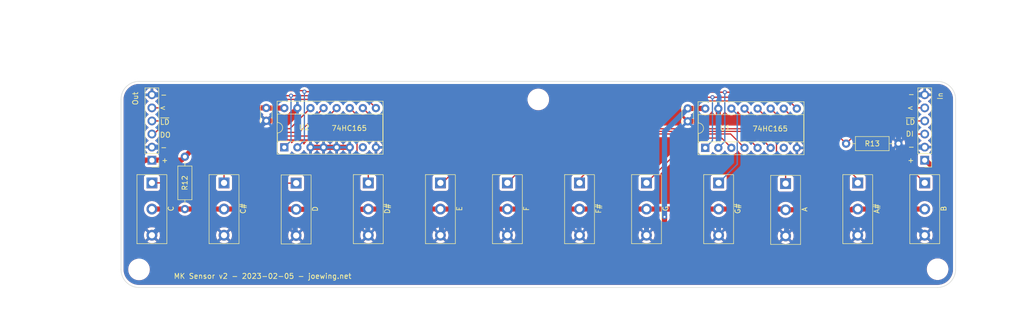
<source format=kicad_pcb>
(kicad_pcb (version 20211014) (generator pcbnew)
  (layers (0 "F.Cu" signal) (31 "B.Cu" signal) (34 "B.Paste" user) (35 "F.Paste" user) (36 "B.SilkS" user "B.Silkscreen") (37 "F.SilkS" user "F.Silkscreen") (38 "B.Mask" user) (39 "F.Mask" user) (44 "Edge.Cuts" user))
  (net 0 "")
  (net 1 "VCC")
  (net 2 "GND")
  (net 3 "SHIFT")
  (net 4 "~{LOAD}")
  (net 5 "IN")
  (net 6 "OUT")
  (net 7 "Net-(R12-Pad2)")
  (net 9 "Net-(U1-Pad9)")
  (net 11 "Net-(SW1-Pad2)")
  (net 12 "Net-(SW2-Pad2)")
  (net 13 "Net-(SW3-Pad2)")
  (net 14 "Net-(SW4-Pad2)")
  (net 15 "Net-(SW5-Pad2)")
  (net 16 "Net-(SW6-Pad2)")
  (net 17 "Net-(SW7-Pad2)")
  (net 18 "Net-(SW8-Pad2)")
  (net 19 "Net-(SW9-Pad2)")
  (net 20 "Net-(SW10-Pad2)")
  (net 21 "Net-(SW11-Pad2)")
  (net 22 "Net-(SW12-Pad2)")
  (footprint "Button_Switch_THT:Mini Limit Switch" (layer "F.Cu") (at 220.4 102.4 -90)
    (fp_text reference "SW1" hide)
    (fp_text value "B" (at 5 -3.7 90) (layer "F.SilkS"))
    (fp_line (start -1.6 2.9) (end 11.8 2.9) (layer "F.SilkS") (width 0.12))
    (fp_line (start -1.5 -2.9) (end 11.8 -2.9) (layer "F.SilkS") (width 0.12))
    (fp_line (start 11.8 2.9) (end 11.8 -2.9) (layer "F.SilkS") (width 0.12))
    (fp_line (start -1.6 2.9) (end -1.6 -2.9) (layer "F.SilkS") (width 0.12))
    (pad "1" thru_hole circle (at 10.16 0 270) (size 2.1 2.1) (drill 1.2) (layers *.Cu *.Mask) (net 2 "GND"))
    (pad "2" thru_hole rect (at 0 0 270) (size 2.1 2.1) (drill 1.2) (layers *.Cu *.Mask) (net 11 "Net-(SW1-Pad2)"))
    (pad "3" thru_hole circle (at 5.08 0 270) (size 2.1 2.1) (drill 1.2) (layers *.Cu *.Mask) (net 7 "Net-(R12-Pad2)"))
  )
  (footprint "Button_Switch_THT:Mini Limit Switch" (layer "F.Cu") (at 166.4 102.4 -90)
    (fp_text reference "SW5" hide)
    (fp_text value "G" (at 5 -3.7 90) (layer "F.SilkS"))
    (fp_line (start -1.6 2.9) (end 11.8 2.9) (layer "F.SilkS") (width 0.12))
    (fp_line (start -1.6 2.9) (end -1.6 -2.9) (layer "F.SilkS") (width 0.12))
    (fp_line (start 11.8 2.9) (end 11.8 -2.9) (layer "F.SilkS") (width 0.12))
    (fp_line (start -1.5 -2.9) (end 11.8 -2.9) (layer "F.SilkS") (width 0.12))
    (pad "1" thru_hole circle (at 10.16 0 270) (size 2.1 2.1) (drill 1.2) (layers *.Cu *.Mask) (net 2 "GND"))
    (pad "2" thru_hole rect (at 0 0 270) (size 2.1 2.1) (drill 1.2) (layers *.Cu *.Mask) (net 15 "Net-(SW5-Pad2)"))
    (pad "3" thru_hole circle (at 5.08 0 270) (size 2.1 2.1) (drill 1.2) (layers *.Cu *.Mask) (net 7 "Net-(R12-Pad2)"))
  )
  (footprint "Button_Switch_THT:Mini Limit Switch" (layer "F.Cu") (at 98.4 102.45 -90)
    (fp_text reference "SW10" hide)
    (fp_text value "D" (at 5 -3.7 90) (layer "F.SilkS"))
    (fp_line (start -1.5 -2.9) (end 11.8 -2.9) (layer "F.SilkS") (width 0.12))
    (fp_line (start -1.6 2.9) (end 11.8 2.9) (layer "F.SilkS") (width 0.12))
    (fp_line (start 11.8 2.9) (end 11.8 -2.9) (layer "F.SilkS") (width 0.12))
    (fp_line (start -1.6 2.9) (end -1.6 -2.9) (layer "F.SilkS") (width 0.12))
    (pad "1" thru_hole circle (at 10.16 0 270) (size 2.1 2.1) (drill 1.2) (layers *.Cu *.Mask) (net 2 "GND"))
    (pad "2" thru_hole rect (at 0 0 270) (size 2.1 2.1) (drill 1.2) (layers *.Cu *.Mask) (net 20 "Net-(SW10-Pad2)"))
    (pad "3" thru_hole circle (at 5.08 0 270) (size 2.1 2.1) (drill 1.2) (layers *.Cu *.Mask) (net 7 "Net-(R12-Pad2)"))
  )
  (footprint "Button_Switch_THT:Mini Limit Switch" (layer "F.Cu") (at 139.4 102.4 -90)
    (fp_text reference "SW7" hide)
    (fp_text value "F" (at 5 -3.7 90) (layer "F.SilkS"))
    (fp_line (start -1.5 -2.9) (end 11.8 -2.9) (layer "F.SilkS") (width 0.12))
    (fp_line (start -1.6 2.9) (end -1.6 -2.9) (layer "F.SilkS") (width 0.12))
    (fp_line (start 11.8 2.9) (end 11.8 -2.9) (layer "F.SilkS") (width 0.12))
    (fp_line (start -1.6 2.9) (end 11.8 2.9) (layer "F.SilkS") (width 0.12))
    (pad "1" thru_hole circle (at 10.16 0 270) (size 2.1 2.1) (drill 1.2) (layers *.Cu *.Mask) (net 2 "GND"))
    (pad "2" thru_hole rect (at 0 0 270) (size 2.1 2.1) (drill 1.2) (layers *.Cu *.Mask) (net 17 "Net-(SW7-Pad2)"))
    (pad "3" thru_hole circle (at 5.08 0 270) (size 2.1 2.1) (drill 1.2) (layers *.Cu *.Mask) (net 7 "Net-(R12-Pad2)"))
  )
  (footprint "Button_Switch_THT:Mini Limit Switch" (layer "F.Cu") (at 207.4 102.4 -90)
    (fp_text reference "SW2" hide)
    (fp_text value "A#" (at 5 -3.7 90) (layer "F.SilkS"))
    (fp_line (start -1.6 2.9) (end 11.8 2.9) (layer "F.SilkS") (width 0.12))
    (fp_line (start -1.5 -2.9) (end 11.8 -2.9) (layer "F.SilkS") (width 0.12))
    (fp_line (start 11.8 2.9) (end 11.8 -2.9) (layer "F.SilkS") (width 0.12))
    (fp_line (start -1.6 2.9) (end -1.6 -2.9) (layer "F.SilkS") (width 0.12))
    (pad "1" thru_hole circle (at 10.16 0 270) (size 2.1 2.1) (drill 1.2) (layers *.Cu *.Mask) (net 2 "GND"))
    (pad "2" thru_hole rect (at 0 0 270) (size 2.1 2.1) (drill 1.2) (layers *.Cu *.Mask) (net 12 "Net-(SW2-Pad2)"))
    (pad "3" thru_hole circle (at 5.08 0 270) (size 2.1 2.1) (drill 1.2) (layers *.Cu *.Mask) (net 7 "Net-(R12-Pad2)"))
  )
  (footprint "Package_DIP:DIP-16_W7.62mm_Socket" (layer "F.Cu") (at 177.8 95.6 90)
    (fp_text reference "U1" (at 3.8608 3.8608) (layer "F.SilkS"))
    (fp_text value "74HC165" (at 3.7084 12.5984) (layer "F.SilkS"))
    (fp_line (start 6.46 -1.33) (end 4.81 -1.33) (layer "F.SilkS") (width 0.12))
    (fp_line (start -1.33 19.17) (end 8.95 19.17) (layer "F.SilkS") (width 0.12))
    (fp_line (start 1.16 19.11) (end 6.46 19.11) (layer "F.SilkS") (width 0.12))
    (fp_line (start 2.81 -1.33) (end 1.16 -1.33) (layer "F.SilkS") (width 0.12))
    (fp_line (start 6.46 19.11) (end 6.46 -1.33) (layer "F.SilkS") (width 0.12))
    (fp_line (start -1.33 -1.39) (end -1.33 19.17) (layer "F.SilkS") (width 0.12))
    (fp_line (start 1.16 -1.33) (end 1.16 19.11) (layer "F.SilkS") (width 0.12))
    (fp_line (start 8.95 -1.39) (end -1.33 -1.39) (layer "F.SilkS") (width 0.12))
    (fp_line (start 8.95 19.17) (end 8.95 -1.39) (layer "F.SilkS") (width 0.12))
    (fp_arc (start 4.81 -1.33) (mid 3.81 -0.33) (end 2.81 -1.33) (layer "F.SilkS") (width 0.12))
    (pad "1" thru_hole rect (at 0 0 90) (size 1.6 1.6) (drill 0.8) (layers *.Cu *.Mask) (net 4 "~{LOAD}"))
    (pad "2" thru_hole oval (at 0 2.54 90) (size 1.6 1.6) (drill 0.8) (layers *.Cu *.Mask) (net 3 "SHIFT"))
    (pad "3" thru_hole oval (at 0 5.08 90) (size 1.6 1.6) (drill 0.8) (layers *.Cu *.Mask) (net 15 "Net-(SW5-Pad2)"))
    (pad "4" thru_hole oval (at 0 7.62 90) (size 1.6 1.6) (drill 0.8) (layers *.Cu *.Mask) (net 16 "Net-(SW6-Pad2)"))
    (pad "5" thru_hole oval (at 0 10.16 90) (size 1.6 1.6) (drill 0.8) (layers *.Cu *.Mask) (net 17 "Net-(SW7-Pad2)"))
    (pad "6" thru_hole oval (at 0 12.7 90) (size 1.6 1.6) (drill 0.8) (layers *.Cu *.Mask) (net 18 "Net-(SW8-Pad2)"))
    (pad "7" thru_hole oval (at 0 15.24 90) (size 1.6 1.6) (drill 0.8) (layers *.Cu *.Mask))
    (pad "8" thru_hole oval (at 0 17.78 90) (size 1.6 1.6) (drill 0.8) (layers *.Cu *.Mask) (net 2 "GND"))
    (pad "9" thru_hole oval (at 7.62 17.78 90) (size 1.6 1.6) (drill 0.8) (layers *.Cu *.Mask) (net 9 "Net-(U1-Pad9)"))
    (pad "10" thru_hole oval (at 7.62 15.24 90) (size 1.6 1.6) (drill 0.8) (layers *.Cu *.Mask) (net 5 "IN"))
    (pad "11" thru_hole oval (at 7.62 12.7 90) (size 1.6 1.6) (drill 0.8) (layers *.Cu *.Mask) (net 11 "Net-(SW1-Pad2)"))
    (pad "12" thru_hole oval (at 7.62 10.16 90) (size 1.6 1.6) (drill 0.8) (layers *.Cu *.Mask) (net 12 "Net-(SW2-Pad2)"))
    (pad "13" thru_hole oval (at 7.62 7.62 90) (size 1.6 1.6) (drill 0.8) (layers *.Cu *.Mask) (net 13 "Net-(SW3-Pad2)"))
    (pad "14" thru_hole oval (at 7.62 5.08 90) (size 1.6 1.6) (drill 0.8) (layers *.Cu *.Mask) (net 14 "Net-(SW4-Pad2)"))
    (pad "15" thru_hole oval (at 7.62 2.54 90) (size 1.6 1.6) (drill 0.8) (layers *.Cu *.Mask) (net 2 "GND"))
    (pad "16" thru_hole oval (at 7.62 0 90) (size 1.6 1.6) (drill 0.8) (layers *.Cu *.Mask) (net 1 "VCC"))
  )
  (footprint "MountingHole:MountingHole_3.2mm_M3" (layer "F.Cu") (at 145.4 86.2)
    (fp_text reference "H3" hide)
    (fp_text value "MountingHole" hide)
    (pad "" np_thru_hole circle (at 0 0) (size 3.2 3.2) (drill 3.2) (layers *.Cu *.Mask))
  )
  (footprint "Button_Switch_THT:Mini Limit Switch" (layer "F.Cu") (at 70.4 102.4 -90)
    (fp_text reference "SW12" hide)
    (fp_text value "C" (at 5 -3.7 90) (layer "F.SilkS"))
    (fp_line (start -1.5 -2.9) (end 11.8 -2.9) (layer "F.SilkS") (width 0.12))
    (fp_line (start -1.6 2.9) (end -1.6 -2.9) (layer "F.SilkS") (width 0.12))
    (fp_line (start -1.6 2.9) (end 11.8 2.9) (layer "F.SilkS") (width 0.12))
    (fp_line (start 11.8 2.9) (end 11.8 -2.9) (layer "F.SilkS") (width 0.12))
    (pad "1" thru_hole circle (at 10.16 0 270) (size 2.1 2.1) (drill 1.2) (layers *.Cu *.Mask) (net 2 "GND"))
    (pad "2" thru_hole rect (at 0 0 270) (size 2.1 2.1) (drill 1.2) (layers *.Cu *.Mask) (net 22 "Net-(SW12-Pad2)"))
    (pad "3" thru_hole circle (at 5.08 0 270) (size 2.1 2.1) (drill 1.2) (layers *.Cu *.Mask) (net 7 "Net-(R12-Pad2)"))
  )
  (footprint "Connector_PinHeader_2.54mm:PinHeader_1x06_P2.54mm_Vertical" (layer "F.Cu") (at 70.4 98 180)
    (fp_text reference "J2" hide)
    (fp_text value "Out" (at 3.2 11.98 270) (layer "F.SilkS"))
    (fp_line (start 1.33 1.27) (end 1.33 14.03) (layer "F.SilkS") (width 0.12))
    (fp_line (start -1.33 14.03) (end 1.33 14.03) (layer "F.SilkS") (width 0.12))
    (fp_line (start -1.33 1.27) (end -1.33 14.03) (layer "F.SilkS") (width 0.12))
    (fp_line (start -1.33 1.27) (end 1.33 1.27) (layer "F.SilkS") (width 0.12))
    (fp_line (start -1.33 -1.33) (end 0 -1.33) (layer "F.SilkS") (width 0.12))
    (fp_line (start -1.33 0) (end -1.33 -1.33) (layer "F.SilkS") (width 0.12))
    (pad "1" thru_hole rect (at 0 0 180) (size 1.7 1.7) (drill 1) (layers *.Cu *.Mask) (net 1 "VCC"))
    (pad "2" thru_hole oval (at 0 2.54 180) (size 1.7 1.7) (drill 1) (layers *.Cu *.Mask) (net 2 "GND"))
    (pad "3" thru_hole oval (at 0 5.08 180) (size 1.7 1.7) (drill 1) (layers *.Cu *.Mask) (net 6 "OUT"))
    (pad "4" thru_hole oval (at 0 7.62 180) (size 1.7 1.7) (drill 1) (layers *.Cu *.Mask) (net 4 "~{LOAD}"))
    (pad "5" thru_hole oval (at 0 10.16 180) (size 1.7 1.7) (drill 1) (layers *.Cu *.Mask) (net 3 "SHIFT"))
    (pad "6" thru_hole oval (at 0 12.7 180) (size 1.7 1.7) (drill 1) (layers *.Cu *.Mask) (net 2 "GND"))
  )
  (footprint "Capacitor_THT:C_Disc_D3.0mm_W2.0mm_P2.50mm" (layer "F.Cu") (at 92.6 87.85 -90)
    (fp_text reference "C1" hide)
    (fp_text value "100n" hide)
    (fp_line (start 2.87 -1.12) (end 2.87 -1.055) (layer "F.SilkS") (width 0.12))
    (fp_line (start -0.37 1.055) (end -0.37 1.12) (layer "F.SilkS") (width 0.12))
    (fp_line (start -0.37 -1.12) (end -0.37 -1.055) (layer "F.SilkS") (width 0.12))
    (fp_line (start 2.87 1.055) (end 2.87 1.12) (layer "F.SilkS") (width 0.12))
    (fp_line (start -0.37 1.12) (end 2.87 1.12) (layer "F.SilkS") (width 0.12))
    (fp_line (start -0.37 -1.12) (end 2.87 -1.12) (layer "F.SilkS") (width 0.12))
    (pad "1" thru_hole circle (at 0 0 270) (size 1.6 1.6) (drill 0.8) (layers *.Cu *.Mask) (net 1 "VCC"))
    (pad "2" thru_hole circle (at 2.5 0 270) (size 1.6 1.6) (drill 0.8) (layers *.Cu *.Mask) (net 2 "GND"))
  )
  (footprint "Package_DIP:DIP-16_W7.62mm_Socket" (layer "F.Cu") (at 96.1 95.5 90)
    (fp_text reference "U2" (at 3.8608 3.8608) (layer "F.SilkS"))
    (fp_text value "74HC165" (at 3.7084 12.5984) (layer "F.SilkS"))
    (fp_line (start 8.95 -1.39) (end -1.33 -1.39) (layer "F.SilkS") (width 0.12))
    (fp_line (start 1.16 19.11) (end 6.46 19.11) (layer "F.SilkS") (width 0.12))
    (fp_line (start -1.33 -1.39) (end -1.33 19.17) (layer "F.SilkS") (width 0.12))
    (fp_line (start 6.46 -1.33) (end 4.81 -1.33) (layer "F.SilkS") (width 0.12))
    (fp_line (start 6.46 19.11) (end 6.46 -1.33) (layer "F.SilkS") (width 0.12))
    (fp_line (start 1.16 -1.33) (end 1.16 19.11) (layer "F.SilkS") (width 0.12))
    (fp_line (start -1.33 19.17) (end 8.95 19.17) (layer "F.SilkS") (width 0.12))
    (fp_line (start 8.95 19.17) (end 8.95 -1.39) (layer "F.SilkS") (width 0.12))
    (fp_line (start 2.81 -1.33) (end 1.16 -1.33) (layer "F.SilkS") (width 0.12))
    (fp_arc (start 4.81 -1.33) (mid 3.81 -0.33) (end 2.81 -1.33) (layer "F.SilkS") (width 0.12))
    (pad "1" thru_hole rect (at 0 0 90) (size 1.6 1.6) (drill 0.8) (layers *.Cu *.Mask) (net 4 "~{LOAD}"))
    (pad "2" thru_hole oval (at 0 2.54 90) (size 1.6 1.6) (drill 0.8) (layers *.Cu *.Mask) (net 3 "SHIFT"))
    (pad "3" thru_hole oval (at 0 5.08 90) (size 1.6 1.6) (drill 0.8) (layers *.Cu *.Mask) (net 2 "GND"))
    (pad "4" thru_hole oval (at 0 7.62 90) (size 1.6 1.6) (drill 0.8) (layers *.Cu *.Mask) (net 2 "GND"))
    (pad "5" thru_hole oval (at 0 10.16 90) (size 1.6 1.6) (drill 0.8) (layers *.Cu *.Mask) (net 2 "GND"))
    (pad "6" thru_hole oval (at 0 12.7 90) (size 1.6 1.6) (drill 0.8) (layers *.Cu *.Mask) (net 2 "GND"))
    (pad "7" thru_hole oval (at 0 15.24 90) (size 1.6 1.6) (drill 0.8) (layers *.Cu *.Mask))
    (pad "8" thru_hole oval (at 0 17.78 90) (size 1.6 1.6) (drill 0.8) (layers *.Cu *.Mask) (net 2 "GND"))
    (pad "9" thru_hole oval (at 7.62 17.78 90) (size 1.6 1.6) (drill 0.8) (layers *.Cu *.Mask) (net 6 "OUT"))
    (pad "10" thru_hole oval (at 7.62 15.24 90) (size 1.6 1.6) (drill 0.8) (layers *.Cu *.Mask) (net 9 "Net-(U1-Pad9)"))
    (pad "11" thru_hole oval (at 7.62 12.7 90) (size 1.6 1.6) (drill 0.8) (layers *.Cu *.Mask) (net 19 "Net-(SW9-Pad2)"))
    (pad "12" thru_hole oval (at 7.62 10.16 90) (size 1.6 1.6) (drill 0.8) (layers *.Cu *.Mask) (net 20 "Net-(SW10-Pad2)"))
    (pad "13" thru_hole oval (at 7.62 7.62 90) (size 1.6 1.6) (drill 0.8) (layers *.Cu *.Mask) (net 21 "Net-(SW11-Pad2)"))
    (pad "14" thru_hole oval (at 7.62 5.08 90) (size 1.6 1.6) (drill 0.8) (layers *.Cu *.Mask) (net 22 "Net-(SW12-Pad2)"))
    (pad "15" thru_hole oval (at 7.62 2.54 90) (size 1.6 1.6) (drill 0.8) (layers *.Cu *.Mask) (net 2 "GND"))
    (pad "16" thru_hole oval (at 7.62 0 90) (size 1.6 1.6) (drill 0.8) (layers *.Cu *.Mask) (net 1 "VCC"))
  )
  (footprint "Capacitor_THT:C_Disc_D3.0mm_W2.0mm_P2.50mm" (layer "F.Cu") (at 174.4 87.95 -90)
    (fp_text reference "C2" hide)
    (fp_text value "100n" hide)
    (fp_line (start 2.87 -1.12) (end 2.87 -1.055) (layer "F.SilkS") (width 0.12))
    (fp_line (start -0.37 -1.12) (end -0.37 -1.055) (layer "F.SilkS") (width 0.12))
    (fp_line (start 2.87 1.055) (end 2.87 1.12) (layer "F.SilkS") (width 0.12))
    (fp_line (start -0.37 1.12) (end 2.87 1.12) (layer "F.SilkS") (width 0.12))
    (fp_line (start -0.37 -1.12) (end 2.87 -1.12) (layer "F.SilkS") (width 0.12))
    (fp_line (start -0.37 1.055) (end -0.37 1.12) (layer "F.SilkS") (width 0.12))
    (pad "1" thru_hole circle (at 0 0 270) (size 1.6 1.6) (drill 0.8) (layers *.Cu *.Mask) (net 1 "VCC"))
    (pad "2" thru_hole circle (at 2.5 0 270) (size 1.6 1.6) (drill 0.8) (layers *.Cu *.Mask) (net 2 "GND"))
  )
  (footprint "Resistor_THT:R_Axial_DIN0207_L6.3mm_D2.5mm_P10.16mm_Horizontal" (layer "F.Cu") (at 76.8 97.32 -90)
    (fp_text reference "R12" (at 5.08 0 -270) (layer "F.SilkS"))
    (fp_text value "10k" hide)
    (fp_line (start 8.35 -1.37) (end 1.81 -1.37) (layer "F.SilkS") (width 0.12))
    (fp_line (start 9.12 0) (end 8.35 0) (layer "F.SilkS") (width 0.12))
    (fp_line (start 1.81 -1.37) (end 1.81 1.37) (layer "F.SilkS") (width 0.12))
    (fp_line (start 8.35 1.37) (end 8.35 -1.37) (layer "F.SilkS") (width 0.12))
    (fp_line (start 1.04 0) (end 1.81 0) (layer "F.SilkS") (width 0.12))
    (fp_line (start 1.81 1.37) (end 8.35 1.37) (layer "F.SilkS") (width 0.12))
    (pad "1" thru_hole circle (at 0 0 270) (size 1.6 1.6) (drill 0.8) (layers *.Cu *.Mask) (net 1 "VCC"))
    (pad "2" thru_hole oval (at 10.16 0 270) (size 1.6 1.6) (drill 0.8) (layers *.Cu *.Mask) (net 7 "Net-(R12-Pad2)"))
  )
  (footprint "MountingHole:MountingHole_3.2mm_M3" (layer "F.Cu") (at 222.9 119.2)
    (fp_text reference "H2" hide)
    (fp_text value "MountingHole" hide)
    (pad "" np_thru_hole circle (at 0 -0.0499) (size 3.2 3.2) (drill 3.2) (layers F&B.Cu *.Mask))
  )
  (footprint "Button_Switch_THT:Mini Limit Switch" (layer "F.Cu") (at 193.4 102.54 -90)
    (fp_text reference "SW3" hide)
    (fp_text value "A" (at 5 -3.7 90) (layer "F.SilkS"))
    (fp_line (start 11.8 2.9) (end 11.8 -2.9) (layer "F.SilkS") (width 0.12))
    (fp_line (start -1.5 -2.9) (end 11.8 -2.9) (layer "F.SilkS") (width 0.12))
    (fp_line (start -1.6 2.9) (end 11.8 2.9) (layer "F.SilkS") (width 0.12))
    (fp_line (start -1.6 2.9) (end -1.6 -2.9) (layer "F.SilkS") (width 0.12))
    (pad "1" thru_hole circle (at 10.16 0 270) (size 2.1 2.1) (drill 1.2) (layers *.Cu *.Mask) (net 2 "GND"))
    (pad "2" thru_hole rect (at 0 0 270) (size 2.1 2.1) (drill 1.2) (layers *.Cu *.Mask) (net 13 "Net-(SW3-Pad2)"))
    (pad "3" thru_hole circle (at 5.08 0 270) (size 2.1 2.1) (drill 1.2) (layers *.Cu *.Mask) (net 7 "Net-(R12-Pad2)"))
  )
  (footprint "Connector_PinHeader_2.54mm:PinHeader_1x06_P2.54mm_Vertical" (layer "F.Cu") (at 220.4 98 180)
    (fp_text reference "J1" hide)
    (fp_text value "In" (at -3 12.45 90) (layer "F.SilkS"))
    (fp_line (start -1.33 14.03) (end 1.33 14.03) (layer "F.SilkS") (width 0.12))
    (fp_line (start -1.33 1.27) (end 1.33 1.27) (layer "F.SilkS") (width 0.12))
    (fp_line (start 1.33 1.27) (end 1.33 14.03) (layer "F.SilkS") (width 0.12))
    (fp_line (start -1.33 0) (end -1.33 -1.33) (layer "F.SilkS") (width 0.12))
    (fp_line (start -1.33 1.27) (end -1.33 14.03) (layer "F.SilkS") (width 0.12))
    (fp_line (start -1.33 -1.33) (end 0 -1.33) (layer "F.SilkS") (width 0.12))
    (pad "1" thru_hole rect (at 0 0 180) (size 1.7 1.7) (drill 1) (layers *.Cu *.Mask) (net 1 "VCC"))
    (pad "2" thru_hole oval (at 0 2.54 180) (size 1.7 1.7) (drill 1) (layers *.Cu *.Mask) (net 2 "GND"))
    (pad "3" thru_hole oval (at 0 5.08 180) (size 1.7 1.7) (drill 1) (layers *.Cu *.Mask) (net 5 "IN"))
    (pad "4" thru_hole oval (at 0 7.62 180) (size 1.7 1.7) (drill 1) (layers *.Cu *.Mask) (net 4 "~{LOAD}"))
    (pad "5" thru_hole oval (at 0 10.16 180) (size 1.7 1.7) (drill 1) (layers *.Cu *.Mask) (net 3 "SHIFT"))
    (pad "6" thru_hole oval (at 0 12.7 180) (size 1.7 1.7) (drill 1) (layers *.Cu *.Mask) (net 2 "GND"))
  )
  (footprint "MountingHole:MountingHole_3.2mm_M3" (layer "F.Cu") (at 67.9 119.2)
    (fp_text reference "H1" hide)
    (fp_text value "MountingHole" hide)
    (pad "" np_thru_hole circle (at 0 0) (size 3.2 3.2) (drill 3.2) (layers *.Cu *.Mask))
  )
  (footprint "Button_Switch_THT:Mini Limit Switch" (layer "F.Cu") (at 180.4 102.4 -90)
    (fp_text reference "SW4" hide)
    (fp_text value "G#" (at 5 -3.7 90) (layer "F.SilkS"))
    (fp_line (start -1.6 2.9) (end -1.6 -2.9) (layer "F.SilkS") (width 0.12))
    (fp_line (start 11.8 2.9) (end 11.8 -2.9) (layer "F.SilkS") (width 0.12))
    (fp_line (start -1.6 2.9) (end 11.8 2.9) (layer "F.SilkS") (width 0.12))
    (fp_line (start -1.5 -2.9) (end 11.8 -2.9) (layer "F.SilkS") (width 0.12))
    (pad "1" thru_hole circle (at 10.16 0 270) (size 2.1 2.1) (drill 1.2) (layers *.Cu *.Mask) (net 2 "GND"))
    (pad "2" thru_hole rect (at 0 0 270) (size 2.1 2.1) (drill 1.2) (layers *.Cu *.Mask) (net 14 "Net-(SW4-Pad2)"))
    (pad "3" thru_hole circle (at 5.08 0 270) (size 2.1 2.1) (drill 1.2) (layers *.Cu *.Mask) (net 7 "Net-(R12-Pad2)"))
  )
  (footprint "Button_Switch_THT:Mini Limit Switch" (layer "F.Cu") (at 153.4 102.4 -90)
    (fp_text reference "SW6" hide)
    (fp_text value "F#" (at 5 -3.7 90) (layer "F.SilkS"))
    (fp_line (start -1.6 2.9) (end -1.6 -2.9) (layer "F.SilkS") (width 0.12))
    (fp_line (start 11.8 2.9) (end 11.8 -2.9) (layer "F.SilkS") (width 0.12))
    (fp_line (start -1.5 -2.9) (end 11.8 -2.9) (layer "F.SilkS") (width 0.12))
    (fp_line (start -1.6 2.9) (end 11.8 2.9) (layer "F.SilkS") (width 0.12))
    (pad "1" thru_hole circle (at 10.16 0 270) (size 2.1 2.1) (drill 1.2) (layers *.Cu *.Mask) (net 2 "GND"))
    (pad "2" thru_hole rect (at 0 0 270) (size 2.1 2.1) (drill 1.2) (layers *.Cu *.Mask) (net 16 "Net-(SW6-Pad2)"))
    (pad "3" thru_hole circle (at 5.08 0 270) (size 2.1 2.1) (drill 1.2) (layers *.Cu *.Mask) (net 7 "Net-(R12-Pad2)"))
  )
  (footprint "Resistor_THT:R_Axial_DIN0207_L6.3mm_D2.5mm_P10.16mm_Horizontal" (layer "F.Cu") (at 215.3 94.78 180)
    (fp_text reference "R13" (at 5.08 0) (layer "F.SilkS"))
    (fp_text value "100k" hide)
    (fp_line (start 1.04 0) (end 1.81 0) (layer "F.SilkS") (width 0.12))
    (fp_line (start 8.35 1.37) (end 8.35 -1.37) (layer "F.SilkS") (width 0.12))
    (fp_line (start 1.81 1.37) (end 8.35 1.37) (layer "F.SilkS") (width 0.12))
    (fp_line (start 9.12 0) (end 8.35 0) (layer "F.SilkS") (width 0.12))
    (fp_line (start 8.35 -1.37) (end 1.81 -1.37) (layer "F.SilkS") (width 0.12))
    (fp_line (start 1.81 -1.37) (end 1.81 1.37) (layer "F.SilkS") (width 0.12))
    (pad "1" thru_hole circle (at 0 0 180) (size 1.6 1.6) (drill 0.8) (layers *.Cu *.Mask) (net 2 "GND"))
    (pad "2" thru_hole oval (at 10.16 0 180) (size 1.6 1.6) (drill 0.8) (layers *.Cu *.Mask) (net 5 "IN"))
  )
  (footprint "Button_Switch_THT:Mini Limit Switch" (layer "F.Cu") (at 126.4 102.4 -90)
    (fp_text reference "SW8" hide)
    (fp_text value "E" (at 5 -3.7 90) (layer "F.SilkS"))
    (fp_line (start -1.5 -2.9) (end 11.8 -2.9) (layer "F.SilkS") (width 0.12))
    (fp_line (start -1.6 2.9) (end 11.8 2.9) (layer "F.SilkS") (width 0.12))
    (fp_line (start 11.8 2.9) (end 11.8 -2.9) (layer "F.SilkS") (width 0.12))
    (fp_line (start -1.6 2.9) (end -1.6 -2.9) (layer "F.SilkS") (width 0.12))
    (pad "1" thru_hole circle (at 10.16 0 270) (size 2.1 2.1) (drill 1.2) (layers *.Cu *.Mask) (net 2 "GND"))
    (pad "2" thru_hole rect (at 0 0 270) (size 2.1 2.1) (drill 1.2) (layers *.Cu *.Mask) (net 18 "Net-(SW8-Pad2)"))
    (pad "3" thru_hole circle (at 5.08 0 270) (size 2.1 2.1) (drill 1.2) (layers *.Cu *.Mask) (net 7 "Net-(R12-Pad2)"))
  )
  (footprint "Button_Switch_THT:Mini Limit Switch" (layer "F.Cu") (at 84.4 102.4 -90)
    (fp_text reference "SW11" hide)
    (fp_text value "C#" (at 5 -3.7 90) (layer "F.SilkS"))
    (fp_line (start 11.8 2.9) (end 11.8 -2.9) (layer "F.SilkS") (width 0.12))
    (fp_line (start -1.6 2.9) (end -1.6 -2.9) (layer "F.SilkS") (width 0.12))
    (fp_line (start -1.6 2.9) (end 11.8 2.9) (layer "F.SilkS") (width 0.12))
    (fp_line (start -1.5 -2.9) (end 11.8 -2.9) (layer "F.SilkS") (width 0.12))
    (pad "1" thru_hole circle (at 10.16 0 270) (size 2.1 2.1) (drill 1.2) (layers *.Cu *.Mask) (net 2 "GND"))
    (pad "2" thru_hole rect (at 0 0 270) (size 2.1 2.1) (drill 1.2) (layers *.Cu *.Mask) (net 21 "Net-(SW11-Pad2)"))
    (pad "3" thru_hole circle (at 5.08 0 270) (size 2.1 2.1) (drill 1.2) (layers *.Cu *.Mask) (net 7 "Net-(R12-Pad2)"))
  )
  (footprint "Button_Switch_THT:Mini Limit Switch" (layer "F.Cu") (at 112.4 102.4 -90)
    (fp_text reference "SW9" hide)
    (fp_text value "D#" (at 5 -3.7 90) (layer "F.SilkS"))
    (fp_line (start 11.8 2.9) (end 11.8 -2.9) (layer "F.SilkS") (width 0.12))
    (fp_line (start -1.6 2.9) (end -1.6 -2.9) (layer "F.SilkS") (width 0.12))
    (fp_line (start -1.6 2.9) (end 11.8 2.9) (layer "F.SilkS") (width 0.12))
    (fp_line (start -1.5 -2.9) (end 11.8 -2.9) (layer "F.SilkS") (width 0.12))
    (pad "1" thru_hole circle (at 10.16 0 270) (size 2.1 2.1) (drill 1.2) (layers *.Cu *.Mask) (net 2 "GND"))
    (pad "2" thru_hole rect (at 0 0 270) (size 2.1 2.1) (drill 1.2) (layers *.Cu *.Mask) (net 19 "Net-(SW9-Pad2)"))
    (pad "3" thru_hole circle (at 5.08 0 270) (size 2.1 2.1) (drill 1.2) (layers *.Cu *.Mask) (net 7 "Net-(R12-Pad2)"))
  )
  (gr_arc (start 64.4 86.2) (mid 65.425135 83.725136) (end 67.9 82.7) (layer "Edge.Cuts") (width 0.1))
  (gr_line (start 226.4 86.2) (end 226.4 119.2) (layer "Edge.Cuts") (width 0.1))
  (gr_arc (start 222.9 82.7) (mid 225.374881 83.725135) (end 226.4 86.2) (layer "Edge.Cuts") (width 0.1))
  (gr_line (start 64.4 119.2) (end 64.4 86.2) (layer "Edge.Cuts") (width 0.1))
  (gr_arc (start 226.4 119.2) (mid 225.342779 121.677861) (end 222.850252 122.7) (layer "Edge.Cuts") (width 0.1))
  (gr_line (start 67.9 82.7) (end 222.9 82.7) (layer "Edge.Cuts") (width 0.1))
  (gr_arc (start 67.9 122.7) (mid 65.425134 121.674866) (end 64.4 119.2) (layer "Edge.Cuts") (width 0.1))
  (gr_line (start 67.9 122.7) (end 222.850252 122.7) (layer "Edge.Cuts") (width 0.1))
  (gr_text "DI" (at 217.5 92.9) (layer "F.SilkS") (effects (font (size 1 1))))
  (gr_text "-" (at 72.7 85.3) (layer "F.SilkS") (effects (font (size 1 1))))
  (gr_text "-" (at 72.7 95.5) (layer "F.SilkS") (effects (font (size 1 1))))
  (gr_text "-" (at 217.8 85.2) (layer "F.SilkS") (effects (font (size 1 1))))
  (gr_text "DO" (at 73 93.1) (layer "F.SilkS") (effects (font (size 1 1))))
  (gr_text "+" (at 72.9 98) (layer "F.SilkS") (effects (font (size 1 1))))
  (gr_text "<" (at 72.5 87.8) (layer "F.SilkS") (effects (font (size 1 1))))
  (gr_text "~{LD}" (at 72.9 90.6) (layer "F.SilkS") (effects (font (size 1 1))))
  (gr_text "MK Sensor v2 - 2023-02-05 - joewing.net" (at 91.9 120.5) (layer "F.SilkS") (effects (font (size 1 1))))
  (gr_text "-" (at 217.8 95.4) (layer "F.SilkS") (effects (font (size 1 1))))
  (gr_text "+" (at 217.7 98) (layer "F.SilkS") (effects (font (size 1 1))))
  (gr_text "~{LD}" (at 217.6 90.6) (layer "F.SilkS") (effects (font (size 1 1))))
  (gr_text "<" (at 217.6 87.8) (layer "F.SilkS") (effects (font (size 1 1))))
  (segment (start 69.2 97.98) (end 76.14 97.98) (width 1) (layer "F.Cu") (net 1))
  (segment (start 170.1 116.3) (end 213.4 116.3) (width 1) (layer "F.Cu") (net 1))
  (segment (start 66.8 100.2) (end 66.8 114.7) (width 1) (layer "F.Cu") (net 1))
  (segment (start 68.4 116.3) (end 170.1 116.3) (width 1) (layer "F.Cu") (net 1))
  (segment (start 220.6 98) (end 224.1 101.5) (width 1) (layer "F.Cu") (net 1))
  (segment (start 224.1 101.5) (end 224.1 101.9) (width 1) (layer "F.Cu") (net 1))
  (segment (start 169.9 109) (end 169.9 116.1) (width 1) (layer "F.Cu") (net 1))
  (segment (start 76.14 97.98) (end 76.8 97.32) (width 1) (layer "F.Cu") (net 1))
  (segment (start 221 116.3) (end 224.1 113.2) (width 1) (layer "F.Cu") (net 1))
  (segment (start 69.2 97.98) (end 69.02 97.98) (width 1) (layer "F.Cu") (net 1))
  (segment (start 174.4 87.95) (end 177.77 87.95) (width 1) (layer "F.Cu") (net 1))
  (segment (start 96.1 87.88) (end 92.63 87.88) (width 1) (layer "F.Cu") (net 1))
  (segment (start 69.02 97.98) (end 66.8 100.2) (width 1) (layer "F.Cu") (net 1))
  (segment (start 169.9 116.1) (end 170.1 116.3) (width 1) (layer "F.Cu") (net 1))
  (segment (start 213.9 116.3) (end 221 116.3) (width 1) (layer "F.Cu") (net 1))
  (segment (start 224.1 101.9) (end 224.1 113.2) (width 1) (layer "F.Cu") (net 1))
  (segment (start 86.27 87.85) (end 76.8 97.32) (width 1) (layer "F.Cu") (net 1))
  (segment (start 213.4 116.3) (end 213.9 116.3) (width 1) (layer "F.Cu") (net 1))
  (segment (start 92.63 87.88) (end 92.6 87.85) (width 1) (layer "F.Cu") (net 1))
  (segment (start 92.6 87.85) (end 86.27 87.85) (width 1) (layer "F.Cu") (net 1))
  (segment (start 66.8 114.7) (end 68.4 116.3) (width 1) (layer "F.Cu") (net 1))
  (segment (start 177.77 87.95) (end 177.8 87.98) (width 1) (layer "F.Cu") (net 1))
  (via (at 169.9 109) (size 0.8) (drill 0.4) (layers "F.Cu" "B.Cu") (net 1))
  (segment (start 174.4 87.95) (end 169.9 92.45) (width 1) (layer "B.Cu") (net 1))
  (segment (start 169.9 92.45) (end 169.9 109) (width 1) (layer "B.Cu") (net 1))
  (segment (start 106.26 95.5) (end 108.8 95.5) (width 1) (layer "F.Cu") (net 2))
  (segment (start 179.35 90.45) (end 180.34 89.46) (width 1) (layer "F.Cu") (net 2))
  (segment (start 92.6 90.35) (end 96.17 90.35) (width 1) (layer "F.Cu") (net 2))
  (segment (start 103.72 95.5) (end 106.26 95.5) (width 1) (layer "F.Cu") (net 2))
  (segment (start 174.4 90.45) (end 179.35 90.45) (width 1) (layer "F.Cu") (net 2))
  (segment (start 96.17 90.35) (end 98.64 87.88) (width 1) (layer "F.Cu") (net 2))
  (segment (start 180.34 89.46) (end 180.34 87.98) (width 1) (layer "F.Cu") (net 2))
  (segment (start 101.18 95.5) (end 103.72 95.5) (width 1) (layer "F.Cu") (net 2))
  (segment (start 72.48 110.48) (end 70.4 112.56) (width 1) (layer "B.Cu") (net 2))
  (segment (start 112.3 110.5) (end 111.5 110.5) (width 1) (layer "B.Cu") (net 2))
  (segment (start 71.96 85.3) (end 71.98 85.28) (width 1) (layer "B.Cu") (net 2))
  (segment (start 112.3 110.5) (end 112.3 112.46) (width 1) (layer "B.Cu") (net 2))
  (segment (start 193.6 112.5) (end 193.4 112.7) (width 1) (layer "B.Cu") (net 2))
  (segment (start 215.6 110.5) (end 209.7 110.5) (width 1) (layer "B.Cu") (net 2))
  (segment (start 76.858679 110.5) (end 87.6 110.5) (width 1) (layer "B.Cu") (net 2))
  (segment (start 178.8 110.5) (end 166.4 110.5) (width 1) (layer "B.Cu") (net 2))
  (segment (start 124.4 110.5) (end 112.3 110.5) (width 1) (layer "B.Cu") (net 2))
  (segment (start 207.3 112.46) (end 207.4 112.56) (width 1) (layer "B.Cu") (net 2))
  (segment (start 153.3 110.5) (end 153.3 112.46) (width 1) (layer "B.Cu") (net 2))
  (segment (start 112.3 112.46) (end 112.4 112.56) (width 1) (layer "B.Cu") (net 2))
  (segment (start 126.6 110.5) (end 124.4 110.5) (width 1) (layer "B.Cu") (net 2))
  (segment (start 220.6 95.46) (end 215.98 95.46) (width 1) (layer "B.Cu") (net 2))
  (segment (start 87.92 110.18) (end 87.6 110.5) (width 1) (layer "B.Cu") (net 2))
  (segment (start 166.4 110.5) (end 166.4 112.56) (width 1) (layer "B.Cu") (net 2))
  (segment (start 87.92 95.03) (end 87.92 110.18) (width 1) (layer "B.Cu") (net 2))
  (segment (start 98.2 110.5) (end 97.1 110.5) (width 1) (layer "B.Cu") (net 2))
  (segment (start 138.3 110.5) (end 126.6 110.5) (width 1) (layer "B.Cu") (net 2))
  (segment (start 126.6 110.5) (end 126.6 112.36) (width 1) (layer "B.Cu") (net 2))
  (segment (start 180.4 110.5) (end 180.4 112.56) (width 1) (layer "B.Cu") (net 2))
  (segment (start 193.6 110.5) (end 193.6 112.5) (width 1) (layer "B.Cu") (net 2))
  (segment (start 75.08 110.48) (end 75.62 110.48) (width 1) (layer "B.Cu") (net 2))
  (segment (start 74.18 99.217919) (end 74.18 109.58) (width 1) (layer "B.Cu") (net 2))
  (segment (start 71.98 85.28) (end 74.18 87.48) (width 1) (layer "B.Cu") (net 2))
  (segment (start 76.838679 110.48) (end 76.858679 110.5) (width 1) (layer "B.Cu") (net 2))
  (segment (start 218.34 110.5) (end 215.6 110.5) (width 1) (layer "B.Cu") (net 2))
  (segment (start 165.6 110.5) (end 153.3 110.5) (width 1) (layer "B.Cu") (net 2))
  (segment (start 220.6 85.3) (end 218.2 85.3) (width 1) (layer "B.Cu") (net 2))
  (segment (start 98.2 110.5) (end 98.2 112.41) (width 1) (layer "B.Cu") (net 2))
  (segment (start 215.3 110.2) (end 215.6 110.5) (width 1) (layer "B.Cu") (net 2))
  (segment (start 207.3 110.5) (end 207.3 112.46) (width 1) (layer "B.Cu") (net 2))
  (segment (start 139.4 110.5) (end 138.3 110.5) (width 1) (layer "B.Cu") (net 2))
  (segment (start 75.62 110.48) (end 72.48 110.48) (width 1) (layer "B.Cu") (net 2))
  (segment (start 126.6 112.36) (end 126.4 112.56) (width 1) (layer "B.Cu") (net 2))
  (segment (start 98.2 112.41) (end 98.4 112.61) (width 1) (layer "B.Cu") (net 2))
  (segment (start 166.4 110.5) (end 165.6 110.5) (width 1) (layer "B.Cu") (net 2))
  (segment (start 97.1 110.5) (end 87.6 110.5) (width 1) (layer "B.Cu") (net 2))
  (segment (start 215.98 95.46) (end 215.3 94.78) (width 1) (layer "B.Cu") (net 2))
  (segment (start 153.3 110.5) (end 152.4 110.5) (width 1) (layer "B.Cu") (net 2))
  (segment (start 193.1 110.5) (end 180.4 110.5) (width 1) (layer "B.Cu") (net 2))
  (segment (start 218.2 85.3) (end 215.3 88.2) (width 1) (layer "B.Cu") (net 2))
  (segment (start 92.6 90.35) (end 87.92 95.03) (width 1) (layer "B.Cu") (net 2))
  (segment (start 206.5 110.5) (end 193.6 110.5) (width 1) (layer "B.Cu") (net 2))
  (segment (start 139.4 110.5) (end 139.4 112.56) (width 1) (layer "B.Cu") (net 2))
  (segment (start 74.18 95.52) (end 74.18 99.217919) (width 1) (layer "B.Cu") (net 2))
  (segment (start 180.4 110.5) (end 178.8 110.5) (width 1) (layer "B.Cu") (net 2))
  (segment (start 209.7 110.5) (end 207.3 110.5) (width 1) (layer "B.Cu") (net 2))
  (segment (start 74.12 95.46) (end 70.2 95.46) (width 1) (layer "B.Cu") (net 2))
  (segment (start 74.18 95.52) (end 74.12 95.46) (width 1) (layer "B.Cu") (net 2))
  (segment (start 74.18 109.58) (end 75.08 110.48) (width 1) (layer "B.Cu") (net 2))
  (segment (start 74.18 87.48) (end 74.18 95.52) (width 1) (layer "B.Cu") (net 2))
  (segment (start 70.2 85.3) (end 71.96 85.3) (width 1) (layer "B.Cu") (net 2))
  (segment (start 215.3 94.78) (end 215.3 110.2) (width 1) (layer "B.Cu") (net 2))
  (segment (start 220.4 112.56) (end 218.34 110.5) (width 1) (layer "B.Cu") (net 2))
  (segment (start 193.6 110.5) (end 193.1 110.5) (width 1) (layer "B.Cu") (net 2))
  (segment (start 153.3 112.46) (end 153.4 112.56) (width 1) (layer "B.Cu") (net 2))
  (segment (start 207.3 110.5) (end 206.5 110.5) (width 1) (layer "B.Cu") (net 2))
  (segment (start 75.62 110.48) (end 76.838679 110.48) (width 1) (layer "B.Cu") (net 2))
  (segment (start 111.5 110.5) (end 98.2 110.5) (width 1) (layer "B.Cu") (net 2))
  (segment (start 152.4 110.5) (end 139.4 110.5) (width 1) (layer "B.Cu") (net 2))
  (segment (start 215.3 88.2) (end 215.3 94.78) (width 1) (layer "B.Cu") (net 2))
  (segment (start 137.8 90.9) (end 152.3 90.9) (width 0.25) (layer "F.Cu") (net 3))
  (segment (start 70.2 87.84) (end 73.66 87.84) (width 0.25) (layer "F.Cu") (net 3))
  (segment (start 131.6 84.7) (end 137.8 90.9) (width 0.25) (layer "F.Cu") (net 3))
  (segment (start 158.4 84.8) (end 181.6 84.8) (width 0.25) (layer "F.Cu") (net 3))
  (segment (start 73.66 87.84) (end 77 84.5) (width 0.25) (layer "F.Cu") (net 3))
  (segment (start 204.24 87.84) (end 201.2 84.8) (width 0.25) (layer "F.Cu") (net 3))
  (segment (start 77 84.5) (end 99.8 84.5) (width 0.25) (layer "F.Cu") (net 3))
  (segment (start 152.3 90.9) (end 158.4 84.8) (width 0.25) (layer "F.Cu") (net 3))
  (segment (start 220.6 87.84) (end 204.24 87.84) (width 0.25) (layer "F.Cu") (net 3))
  (segment (start 99.8 84.5) (end 100 84.7) (width 0.25) (layer "F.Cu") (net 3))
  (segment (start 100 84.7) (end 131.6 84.7) (width 0.25) (layer "F.Cu") (net 3))
  (segment (start 201.2 84.8) (end 181.6 84.8) (width 0.25) (layer "F.Cu") (net 3))
  (via (at 100 84.7) (size 0.8) (drill 0.4) (layers "F.Cu" "B.Cu") (net 3))
  (via (at 181.6 84.8) (size 0.8) (drill 0.4) (layers "F.Cu" "B.Cu") (net 3))
  (segment (start 100 84.7) (end 100 94.14) (width 0.25) (layer "B.Cu") (net 3))
  (segment (start 181.6 94.34) (end 180.34 95.6) (width 0.25) (layer "B.Cu") (net 3))
  (segment (start 100 94.14) (end 98.64 95.5) (width 0.25) (layer "B.Cu") (net 3))
  (segment (start 181.6 84.8) (end 181.6 94.34) (width 0.25) (layer "B.Cu") (net 3))
  (segment (start 130.8755 85.4755) (end 97.4 85.4755) (width 0.25) (layer "F.Cu") (net 4))
  (segment (start 152.9 91.7) (end 137.1 91.7) (width 0.25) (layer "F.Cu") (net 4))
  (segment (start 77.2245 85.4755) (end 97.4 85.4755) (width 0.25) (layer "F.Cu") (net 4))
  (segment (start 220.6 90.38) (end 204.38 90.38) (width 0.25) (layer "F.Cu") (net 4))
  (segment (start 179.2 85.7755) (end 158.8245 85.7755) (width 0.25) (layer "F.Cu") (net 4))
  (segment (start 70.2 90.38) (end 72.32 90.38) (width 0.25) (layer "F.Cu") (net 4))
  (segment (start 72.32 90.38) (end 77.2245 85.4755) (width 0.25) (layer "F.Cu") (net 4))
  (segment (start 158.8245 85.7755) (end 152.9 91.7) (width 0.25) (layer "F.Cu") (net 4))
  (segment (start 199.7755 85.7755) (end 179.2 85.7755) (width 0.25) (layer "F.Cu") (net 4))
  (segment (start 137.1 91.7) (end 130.8755 85.4755) (width 0.25) (layer "F.Cu") (net 4))
  (segment (start 204.38 90.38) (end 199.7755 85.7755) (width 0.25) (layer "F.Cu") (net 4))
  (via (at 97.4 85.4755) (size 0.8) (drill 0.4) (layers "F.Cu" "B.Cu") (net 4))
  (via (at 179.2 85.7755) (size 0.8) (drill 0.4) (layers "F.Cu" "B.Cu") (net 4))
  (segment (start 179.2 94.2) (end 177.8 95.6) (width 0.25) (layer "B.Cu") (net 4))
  (segment (start 179.2 85.7755) (end 179.2 94.2) (width 0.25) (layer "B.Cu") (net 4))
  (segment (start 97.4 94.2) (end 96.1 95.5) (width 0.25) (layer "B.Cu") (net 4))
  (segment (start 97.4 85.4755) (end 97.4 94.2) (width 0.25) (layer "B.Cu") (net 4))
  (segment (start 205.14 94.78) (end 206.81 93.11) (width 0.25) (layer "F.Cu") (net 5))
  (segment (start 195.26 90.2) (end 193.04 87.98) (width 0.25) (layer "F.Cu") (net 5))
  (segment (start 207 92.92) (end 206.81 93.11) (width 0.25) (layer "F.Cu") (net 5))
  (segment (start 200.56 90.2) (end 195.26 90.2) (width 0.25) (layer "F.Cu") (net 5))
  (segment (start 220.6 92.92) (end 207 92.92) (width 0.25) (layer "F.Cu") (net 5))
  (segment (start 205.14 94.78) (end 200.56 90.2) (width 0.25) (layer "F.Cu") (net 5))
  (segment (start 112.2 86.2) (end 77.5 86.2) (width 0.25) (layer "F.Cu") (net 6))
  (segment (start 70.78 92.92) (end 77.5 86.2) (width 0.25) (layer "F.Cu") (net 6))
  (segment (start 70.2 92.92) (end 70.78 92.92) (width 0.25) (layer "F.Cu") (net 6))
  (segment (start 113.88 87.88) (end 112.2 86.2) (width 0.25) (layer "F.Cu") (net 6))
  (segment (start 165.4 107.48) (end 179.4 107.48) (width 1) (layer "F.Cu") (net 7))
  (segment (start 97.4 107.53) (end 111.35 107.53) (width 1) (layer "F.Cu") (net 7))
  (segment (start 206.4 107.48) (end 220.4 107.48) (width 1) (layer "F.Cu") (net 7))
  (segment (start 111.4 107.48) (end 138.4 107.48) (width 1) (layer "F.Cu") (net 7))
  (segment (start 193.4 107.62) (end 206.26 107.62) (width 1) (layer "F.Cu") (net 7))
  (segment (start 152.4 107.48) (end 165.4 107.48) (width 1) (layer "F.Cu") (net 7))
  (segment (start 138.4 107.48) (end 152.4 107.48) (width 1) (layer "F.Cu") (net 7))
  (segment (start 179.4 107.48) (end 193.26 107.48) (width 1) (layer "F.Cu") (net 7))
  (segment (start 70.4 107.48) (end 76.8 107.48) (width 1) (layer "F.Cu") (net 7))
  (segment (start 206.26 107.62) (end 206.4 107.48) (width 1) (layer "F.Cu") (net 7))
  (segment (start 76.8 107.48) (end 83.4 107.48) (width 1) (layer "F.Cu") (net 7))
  (segment (start 111.35 107.53) (end 111.4 107.48) (width 1) (layer "F.Cu") (net 7))
  (segment (start 97.35 107.48) (end 97.4 107.53) (width 1) (layer "F.Cu") (net 7))
  (segment (start 193.26 107.48) (end 193.4 107.62) (width 1) (layer "F.Cu") (net 7))
  (segment (start 83.4 107.48) (end 97.35 107.48) (width 1) (layer "F.Cu") (net 7))
  (segment (start 153.1 92.6) (end 159.2 86.5) (width 0.25) (layer "F.Cu") (net 9))
  (segment (start 194.1 86.5) (end 195.58 87.98) (width 0.25) (layer "F.Cu") (net 9))
  (segment (start 136.2 92.6) (end 153.1 92.6) (width 0.25) (layer "F.Cu") (net 9))
  (segment (start 111.34 87.88) (end 113.46 90) (width 0.25) (layer "F.Cu") (net 9))
  (segment (start 159.2 86.5) (end 194.1 86.5) (width 0.25) (layer "F.Cu") (net 9))
  (segment (start 133.6 90) (end 136.2 92.6) (width 0.25) (layer "F.Cu") (net 9))
  (segment (start 113.46 90) (end 133.6 90) (width 0.25) (layer "F.Cu") (net 9))
  (segment (start 207.2 99.2) (end 217.2 99.2) (width 0.25) (layer "F.Cu") (net 11))
  (segment (start 199.3 91.3) (end 207.2 99.2) (width 0.25) (layer "F.Cu") (net 11))
  (segment (start 193.82 91.3) (end 199.3 91.3) (width 0.25) (layer "F.Cu") (net 11))
  (segment (start 217.2 99.2) (end 220.4 102.4) (width 0.25) (layer "F.Cu") (net 11))
  (segment (start 190.5 87.98) (end 193.82 91.3) (width 0.25) (layer "F.Cu") (net 11))
  (segment (start 191.98 92) (end 197.7 92) (width 0.25) (layer "F.Cu") (net 12))
  (segment (start 207.4 101.7) (end 207.4 102.4) (width 0.25) (layer "F.Cu") (net 12))
  (segment (start 197.7 92) (end 207.4 101.7) (width 0.25) (layer "F.Cu") (net 12))
  (segment (start 187.96 87.98) (end 191.98 92) (width 0.25) (layer "F.Cu") (net 12))
  (segment (start 193.4 99.55) (end 191.625 97.775) (width 0.25) (layer "F.Cu") (net 13))
  (segment (start 193.4 102.54) (end 193.4 99.55) (width 0.25) (layer "F.Cu") (net 13))
  (segment (start 191.625 97.775) (end 191.625 94.185) (width 0.25) (layer "F.Cu") (net 13))
  (segment (start 191.625 94.185) (end 185.42 87.98) (width 0.25) (layer "F.Cu") (net 13))
  (segment (start 184.005 89.105) (end 184.005 98.795) (width 0.25) (layer "B.Cu") (net 14))
  (segment (start 184.005 98.795) (end 180.4 102.4) (width 0.25) (layer "B.Cu") (net 14))
  (segment (start 182.88 87.98) (end 184.005 89.105) (width 0.25) (layer "B.Cu") (net 14))
  (segment (start 175.1 93.7) (end 166.4 102.4) (width 0.25) (layer "F.Cu") (net 15))
  (segment (start 182.88 95.6) (end 180.98 93.7) (width 0.25) (layer "F.Cu") (net 15))
  (segment (start 180.98 93.7) (end 175.1 93.7) (width 0.25) (layer "F.Cu") (net 15))
  (segment (start 162.2 92.9) (end 153.4 101.7) (width 0.25) (layer "F.Cu") (net 16))
  (segment (start 153.4 101.7) (end 153.4 102.4) (width 0.25) (layer "F.Cu") (net 16))
  (segment (start 162.2 92.9) (end 182.72 92.9) (width 0.25) (layer "F.Cu") (net 16))
  (segment (start 185.42 95.6) (end 182.72 92.9) (width 0.25) (layer "F.Cu") (net 16))
  (segment (start 146.7 95.1) (end 153 95.1) (width 0.25) (layer "F.Cu") (net 17))
  (segment (start 139.4 102.4) (end 146.7 95.1) (width 0.25) (layer "F.Cu") (net 17))
  (segment (start 187.96 95.6) (end 184.76 92.4) (width 0.25) (layer "F.Cu") (net 17))
  (segment (start 155.7 92.4) (end 153 95.1) (width 0.25) (layer "F.Cu") (net 17))
  (segment (start 184.76 92.4) (end 155.7 92.4) (width 0.25) (layer "F.Cu") (net 17))
  (segment (start 134.9 94.3) (end 152.8 94.3) (width 0.25) (layer "F.Cu") (net 18))
  (segment (start 155.2 91.9) (end 186.8 91.9) (width 0.25) (layer "F.Cu") (net 18))
  (segment (start 186.8 91.9) (end 190.5 95.6) (width 0.25) (layer "F.Cu") (net 18))
  (segment (start 152.8 94.3) (end 155.2 91.9) (width 0.25) (layer "F.Cu") (net 18))
  (segment (start 126.8 102.4) (end 134.9 94.3) (width 0.25) (layer "F.Cu") (net 18))
  (segment (start 126.4 102.4) (end 126.8 102.4) (width 0.25) (layer "F.Cu") (net 18))
  (segment (start 110.215 98.315) (end 112.4 100.5) (width 0.25) (layer "F.Cu") (net 19))
  (segment (start 112.4 100.5) (end 112.4 102.4) (width 0.25) (layer "F.Cu") (net 19))
  (segment (start 110.215 89.295) (end 110.215 98.315) (width 0.25) (layer "F.Cu") (net 19))
  (segment (start 108.8 87.88) (end 110.215 89.295) (width 0.25) (layer "F.Cu") (net 19))
  (segment (start 100.84 93.3) (end 94.3 93.3) (width 0.25) (layer "F.Cu") (net 20))
  (segment (start 94.3 93.3) (end 92.875 94.725) (width 0.25) (layer "F.Cu") (net 20))
  (segment (start 92.875 94.725) (end 92.875 99.025) (width 0.25) (layer "F.Cu") (net 20))
  (segment (start 106.26 87.88) (end 100.84 93.3) (width 0.25) (layer "F.Cu") (net 20))
  (segment (start 96.3 102.45) (end 92.875 99.025) (width 0.25) (layer "F.Cu") (net 20))
  (segment (start 96.3 102.45) (end 98.4 102.45) (width 0.25) (layer "F.Cu") (net 20))
  (segment (start 84.4 99.2) (end 91 92.6) (width 0.25) (layer "F.Cu") (net 21))
  (segment (start 103.72 87.88) (end 99 92.6) (width 0.25) (layer "F.Cu") (net 21))
  (segment (start 99 92.6) (end 91 92.6) (width 0.25) (layer "F.Cu") (net 21))
  (segment (start 84.4 102.4) (end 84.4 99.2) (width 0.25) (layer "F.Cu") (net 21))
  (segment (start 70.4 102.4) (end 75.6 102.4) (width 0.25) (layer "F.Cu") (net 22))
  (segment (start 97.18 91.88) (end 101.18 87.88) (width 0.25) (layer "F.Cu") (net 22))
  (segment (start 86.12 91.88) (end 97.18 91.88) (width 0.25) (layer "F.Cu") (net 22))
  (segment (start 75.6 102.4) (end 86.12 91.88) (width 0.25) (layer "F.Cu") (net 22))
  (zone (net 2) (net_name "GND") (layer "F.Cu") (connect_pads (clearance 0.508)) (min_thickness 0.254) (fill yes (thermal_gap 0.508) (thermal_bridge_width 0.508))
    (polygon (pts (xy 228.3 122.7) (xy 63.4 122.7) (xy 63.4 76.6) (xy 228.3 76.9)))
  )
  (zone (net 2) (net_name "GND") (layer "B.Cu") (connect_pads (clearance 0.508)) (min_thickness 0.254) (fill yes (thermal_gap 0.508) (thermal_bridge_width 0.508))
    (polygon (pts (xy 228.3 122.7) (xy 63.4 122.7) (xy 63.3 76.7) (xy 228 76.7)))
  )
)
</source>
